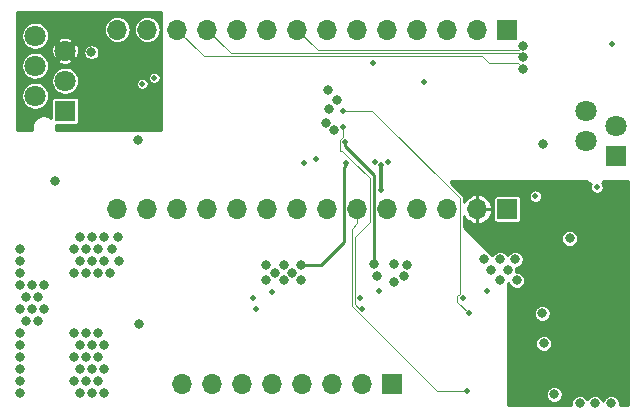
<source format=gbr>
G04 #@! TF.GenerationSoftware,KiCad,Pcbnew,5.1.2-f72e74a~84~ubuntu18.04.1*
G04 #@! TF.CreationDate,2019-09-03T03:08:37+02:00*
G04 #@! TF.ProjectId,board,626f6172-642e-46b6-9963-61645f706362,rev?*
G04 #@! TF.SameCoordinates,Original*
G04 #@! TF.FileFunction,Copper,L3,Inr*
G04 #@! TF.FilePolarity,Positive*
%FSLAX46Y46*%
G04 Gerber Fmt 4.6, Leading zero omitted, Abs format (unit mm)*
G04 Created by KiCad (PCBNEW 5.1.2-f72e74a~84~ubuntu18.04.1) date 2019-09-03 03:08:37*
%MOMM*%
%LPD*%
G04 APERTURE LIST*
%ADD10R,1.700000X1.700000*%
%ADD11O,1.700000X1.700000*%
%ADD12C,1.800000*%
%ADD13R,1.800000X1.800000*%
%ADD14C,0.800000*%
%ADD15C,0.500000*%
%ADD16C,0.250000*%
%ADD17C,0.300000*%
%ADD18C,0.100000*%
%ADD19C,0.254000*%
G04 APERTURE END LIST*
D10*
X141818000Y-117036000D03*
D11*
X139278000Y-117036000D03*
X136738000Y-117036000D03*
X134198000Y-117036000D03*
X131658000Y-117036000D03*
X129118000Y-117036000D03*
X126578000Y-117036000D03*
X124038000Y-117036000D03*
X121498000Y-117036000D03*
X118958000Y-117036000D03*
X116418000Y-117036000D03*
X113878000Y-117036000D03*
X111338000Y-117036000D03*
X108798000Y-117036000D03*
X108798000Y-101836000D03*
X111338000Y-101836000D03*
X113878000Y-101836000D03*
X116418000Y-101836000D03*
X118958000Y-101836000D03*
X121498000Y-101836000D03*
X124038000Y-101836000D03*
X126578000Y-101836000D03*
X129118000Y-101836000D03*
X131658000Y-101836000D03*
X134198000Y-101836000D03*
X136738000Y-101836000D03*
X139278000Y-101836000D03*
D10*
X141818000Y-101836000D03*
D11*
X114300000Y-131826000D03*
X116840000Y-131826000D03*
X119380000Y-131826000D03*
X121920000Y-131826000D03*
X124460000Y-131826000D03*
X127000000Y-131826000D03*
X129540000Y-131826000D03*
D10*
X132080000Y-131826000D03*
D12*
X101854000Y-102362000D03*
X104394000Y-103632000D03*
D13*
X104394000Y-108712000D03*
D12*
X101854000Y-107442000D03*
X104394000Y-106172000D03*
X101854000Y-104902000D03*
D13*
X151070000Y-112505000D03*
D12*
X148530000Y-111235000D03*
X151070000Y-109965000D03*
X148530000Y-108695000D03*
D14*
X110540800Y-111175800D03*
X103505000Y-114655600D03*
X107188000Y-122428000D03*
X106680000Y-119380000D03*
X106680000Y-121412000D03*
X107188000Y-120396000D03*
X105664000Y-121412000D03*
X105664000Y-119380000D03*
X108204000Y-122428000D03*
X107696000Y-121412000D03*
X108331000Y-120396000D03*
X107696000Y-119380000D03*
X108839000Y-119380000D03*
X108966000Y-121412000D03*
X106172000Y-122428000D03*
X106172000Y-120396000D03*
X105156000Y-120396000D03*
X105156000Y-122428000D03*
X107188000Y-127508000D03*
X107188000Y-129540000D03*
X107696000Y-128524000D03*
X107696000Y-130556000D03*
X107188000Y-131572000D03*
X107696000Y-132588000D03*
X106680000Y-132588000D03*
X105664000Y-132588000D03*
X105156000Y-131572000D03*
X105156000Y-129540000D03*
X105664000Y-130556000D03*
X106172000Y-131572000D03*
X106680000Y-130556000D03*
X106172000Y-129540000D03*
X106680000Y-128524000D03*
X105664000Y-128524000D03*
X106172000Y-127508000D03*
X105156000Y-127508000D03*
D15*
X130492500Y-104648000D03*
X134810500Y-106299000D03*
D14*
X106616500Y-103759000D03*
D15*
X111950500Y-105918000D03*
D14*
X147100000Y-119500000D03*
D15*
X128206500Y-113157000D03*
D14*
X124333000Y-121793000D03*
X124333000Y-123063000D03*
X122936000Y-123063000D03*
X121412000Y-123063000D03*
X121412000Y-121793000D03*
X122174000Y-122428000D03*
X122936000Y-121793000D03*
X123571000Y-122428000D03*
D15*
X128079500Y-111379000D03*
D14*
X133350000Y-121793000D03*
X132207000Y-123190000D03*
X133096000Y-122682000D03*
X130810000Y-122682000D03*
X132207000Y-121666000D03*
X130556000Y-121666000D03*
X141224000Y-123063000D03*
X142621000Y-123063000D03*
X140462000Y-122174000D03*
X141859000Y-122174000D03*
X142494000Y-121285000D03*
X141224000Y-121285000D03*
X139827000Y-121285000D03*
X126619000Y-106934000D03*
D15*
X131699000Y-113030000D03*
X120269000Y-124587000D03*
X130619500Y-113030000D03*
X121920000Y-124079000D03*
X131000500Y-123952000D03*
D14*
X127127000Y-110363000D03*
D15*
X129349500Y-124587000D03*
D14*
X126492000Y-109728000D03*
D15*
X138049000Y-124587000D03*
D14*
X126746000Y-108585000D03*
D15*
X140144500Y-123952000D03*
D14*
X127381000Y-107823000D03*
D15*
X150660100Y-103047800D03*
X125666500Y-112776000D03*
X142240000Y-130683000D03*
X146939000Y-128651000D03*
X148463000Y-117348000D03*
X150241000Y-128397000D03*
D14*
X110617000Y-126746000D03*
X100584000Y-123444000D03*
X101600000Y-123444000D03*
X102616000Y-123444000D03*
X101092000Y-124460000D03*
X102108000Y-124460000D03*
X100584000Y-125476000D03*
X101600000Y-125476000D03*
X102616000Y-125476000D03*
X101092000Y-126492000D03*
X102108000Y-126492000D03*
X100584000Y-127508000D03*
X100584000Y-128524000D03*
X100584000Y-129540000D03*
X100584000Y-130556000D03*
X100584000Y-131572000D03*
X100584000Y-132588000D03*
X100584000Y-122428000D03*
X100584000Y-121412000D03*
X100584000Y-120396000D03*
D15*
X150114000Y-121920000D03*
X110934500Y-106426000D03*
X144208500Y-115951000D03*
X149415500Y-115189000D03*
X124650500Y-113157000D03*
X131127500Y-115443000D03*
X131127500Y-113284000D03*
X120523000Y-125476000D03*
X129565400Y-125450600D03*
X127889000Y-110109000D03*
X138620500Y-125857000D03*
X127952500Y-108712000D03*
D14*
X144780000Y-125857000D03*
X150622000Y-133477000D03*
X149225000Y-133477000D03*
X144907000Y-128397000D03*
X147955000Y-133477000D03*
X145796000Y-132715000D03*
D15*
X138430000Y-132461000D03*
D14*
X143200000Y-105200000D03*
X143200000Y-104150003D03*
X143200000Y-103200000D03*
X144888902Y-111510932D03*
D16*
X127992999Y-119818371D02*
X127992999Y-113434001D01*
X124333000Y-121793000D02*
X126018370Y-121793000D01*
X126018370Y-121793000D02*
X127992999Y-119818371D01*
X127992999Y-113434001D02*
X128143000Y-113284000D01*
X130556000Y-121100315D02*
X130556000Y-121666000D01*
X130532999Y-121077314D02*
X130556000Y-121100315D01*
X130532999Y-114186052D02*
X130532999Y-121077314D01*
X128079500Y-111732553D02*
X130532999Y-114186052D01*
X128079500Y-111379000D02*
X128079500Y-111732553D01*
D17*
X131127500Y-113284000D02*
X131127500Y-115379500D01*
D18*
X127889000Y-110109000D02*
X127889000Y-110903498D01*
X127889000Y-110903498D02*
X127628001Y-111164497D01*
X127628001Y-111164497D02*
X127628001Y-112134001D01*
X127704201Y-112134001D02*
X127755001Y-112134001D01*
X127628001Y-112134001D02*
X127704201Y-112134001D01*
X127849503Y-112134001D02*
X127704201Y-112134001D01*
X128656501Y-112940999D02*
X127849503Y-112134001D01*
X128688999Y-112940999D02*
X128656501Y-112940999D01*
X129565400Y-125450600D02*
X129252964Y-125450600D01*
X129252964Y-125450600D02*
X128899499Y-125097135D01*
X128899499Y-125097135D02*
X128899499Y-119371503D01*
X128899499Y-119371503D02*
X130168001Y-118103001D01*
X130168001Y-118103001D02*
X130168001Y-114420001D01*
X130168001Y-114420001D02*
X128688999Y-112940999D01*
X137598999Y-124370999D02*
X137598999Y-124898999D01*
X137788001Y-124181997D02*
X137598999Y-124370999D01*
X137788001Y-116092001D02*
X137788001Y-124181997D01*
X127952500Y-108712000D02*
X130408000Y-108712000D01*
X130408000Y-108712000D02*
X137788001Y-116092001D01*
X137598999Y-124898999D02*
X138557000Y-125857000D01*
X138430000Y-132461000D02*
X138049000Y-132461000D01*
X128649489Y-118706592D02*
X128649489Y-125200691D01*
X135909798Y-132461000D02*
X138076447Y-132461000D01*
X128649489Y-125200691D02*
X135909798Y-132461000D01*
X129118000Y-118238081D02*
X128649489Y-118706592D01*
X138076447Y-132461000D02*
X138430000Y-132461000D01*
X129118000Y-117036000D02*
X129118000Y-118238081D01*
X113878000Y-101836000D02*
X116142020Y-104100020D01*
X116142020Y-104100020D02*
X139700020Y-104100020D01*
X142700000Y-104700000D02*
X143200000Y-105200000D01*
X140300000Y-104700000D02*
X142700000Y-104700000D01*
X139700020Y-104100020D02*
X140300000Y-104700000D01*
X116418000Y-101836000D02*
X118432010Y-103850010D01*
X118432010Y-103850010D02*
X142050010Y-103850010D01*
X142050010Y-103850010D02*
X142900007Y-103850010D01*
X142900007Y-103850010D02*
X143200000Y-104150003D01*
X124038000Y-101836000D02*
X125802000Y-103600000D01*
X125802000Y-103600000D02*
X142200000Y-103600000D01*
X142800000Y-103600000D02*
X143200000Y-103200000D01*
X142300000Y-103600000D02*
X142800000Y-103600000D01*
X142200000Y-103600000D02*
X142300000Y-103600000D01*
D19*
G36*
X148581381Y-114744085D02*
G01*
X148758310Y-114862305D01*
X148898726Y-114920468D01*
X148857597Y-115019762D01*
X148835300Y-115131855D01*
X148835300Y-115246145D01*
X148857597Y-115358238D01*
X148901334Y-115463828D01*
X148964829Y-115558856D01*
X149045644Y-115639671D01*
X149140672Y-115703166D01*
X149246262Y-115746903D01*
X149358355Y-115769200D01*
X149472645Y-115769200D01*
X149584738Y-115746903D01*
X149690328Y-115703166D01*
X149785356Y-115639671D01*
X149866171Y-115558856D01*
X149929666Y-115463828D01*
X149973403Y-115358238D01*
X149995700Y-115246145D01*
X149995700Y-115131855D01*
X149973403Y-115019762D01*
X149929666Y-114914172D01*
X149866171Y-114819144D01*
X149858206Y-114811179D01*
X149958619Y-114744085D01*
X150021704Y-114681000D01*
X152019000Y-114681000D01*
X152019000Y-133644800D01*
X151333128Y-133644800D01*
X151352200Y-133548918D01*
X151352200Y-133405082D01*
X151324139Y-133264009D01*
X151269095Y-133131121D01*
X151189183Y-133011525D01*
X151087475Y-132909817D01*
X150967879Y-132829905D01*
X150834991Y-132774861D01*
X150693918Y-132746800D01*
X150550082Y-132746800D01*
X150409009Y-132774861D01*
X150276121Y-132829905D01*
X150156525Y-132909817D01*
X150054817Y-133011525D01*
X149974905Y-133131121D01*
X149923500Y-133255224D01*
X149872095Y-133131121D01*
X149792183Y-133011525D01*
X149690475Y-132909817D01*
X149570879Y-132829905D01*
X149437991Y-132774861D01*
X149296918Y-132746800D01*
X149153082Y-132746800D01*
X149012009Y-132774861D01*
X148879121Y-132829905D01*
X148759525Y-132909817D01*
X148657817Y-133011525D01*
X148590000Y-133113020D01*
X148522183Y-133011525D01*
X148420475Y-132909817D01*
X148300879Y-132829905D01*
X148167991Y-132774861D01*
X148026918Y-132746800D01*
X147883082Y-132746800D01*
X147742009Y-132774861D01*
X147609121Y-132829905D01*
X147489525Y-132909817D01*
X147387817Y-133011525D01*
X147307905Y-133131121D01*
X147252861Y-133264009D01*
X147224800Y-133405082D01*
X147224800Y-133548918D01*
X147243872Y-133644800D01*
X141859000Y-133644800D01*
X141859000Y-132643082D01*
X145065800Y-132643082D01*
X145065800Y-132786918D01*
X145093861Y-132927991D01*
X145148905Y-133060879D01*
X145228817Y-133180475D01*
X145330525Y-133282183D01*
X145450121Y-133362095D01*
X145583009Y-133417139D01*
X145724082Y-133445200D01*
X145867918Y-133445200D01*
X146008991Y-133417139D01*
X146141879Y-133362095D01*
X146261475Y-133282183D01*
X146363183Y-133180475D01*
X146443095Y-133060879D01*
X146498139Y-132927991D01*
X146526200Y-132786918D01*
X146526200Y-132643082D01*
X146498139Y-132502009D01*
X146443095Y-132369121D01*
X146363183Y-132249525D01*
X146261475Y-132147817D01*
X146141879Y-132067905D01*
X146008991Y-132012861D01*
X145867918Y-131984800D01*
X145724082Y-131984800D01*
X145583009Y-132012861D01*
X145450121Y-132067905D01*
X145330525Y-132147817D01*
X145228817Y-132249525D01*
X145148905Y-132369121D01*
X145093861Y-132502009D01*
X145065800Y-132643082D01*
X141859000Y-132643082D01*
X141859000Y-128325082D01*
X144176800Y-128325082D01*
X144176800Y-128468918D01*
X144204861Y-128609991D01*
X144259905Y-128742879D01*
X144339817Y-128862475D01*
X144441525Y-128964183D01*
X144561121Y-129044095D01*
X144694009Y-129099139D01*
X144835082Y-129127200D01*
X144978918Y-129127200D01*
X145119991Y-129099139D01*
X145252879Y-129044095D01*
X145372475Y-128964183D01*
X145474183Y-128862475D01*
X145554095Y-128742879D01*
X145609139Y-128609991D01*
X145637200Y-128468918D01*
X145637200Y-128325082D01*
X145609139Y-128184009D01*
X145554095Y-128051121D01*
X145474183Y-127931525D01*
X145372475Y-127829817D01*
X145252879Y-127749905D01*
X145119991Y-127694861D01*
X144978918Y-127666800D01*
X144835082Y-127666800D01*
X144694009Y-127694861D01*
X144561121Y-127749905D01*
X144441525Y-127829817D01*
X144339817Y-127931525D01*
X144259905Y-128051121D01*
X144204861Y-128184009D01*
X144176800Y-128325082D01*
X141859000Y-128325082D01*
X141859000Y-125785082D01*
X144049800Y-125785082D01*
X144049800Y-125928918D01*
X144077861Y-126069991D01*
X144132905Y-126202879D01*
X144212817Y-126322475D01*
X144314525Y-126424183D01*
X144434121Y-126504095D01*
X144567009Y-126559139D01*
X144708082Y-126587200D01*
X144851918Y-126587200D01*
X144992991Y-126559139D01*
X145125879Y-126504095D01*
X145245475Y-126424183D01*
X145347183Y-126322475D01*
X145427095Y-126202879D01*
X145482139Y-126069991D01*
X145510200Y-125928918D01*
X145510200Y-125785082D01*
X145482139Y-125644009D01*
X145427095Y-125511121D01*
X145347183Y-125391525D01*
X145245475Y-125289817D01*
X145125879Y-125209905D01*
X144992991Y-125154861D01*
X144851918Y-125126800D01*
X144708082Y-125126800D01*
X144567009Y-125154861D01*
X144434121Y-125209905D01*
X144314525Y-125289817D01*
X144212817Y-125391525D01*
X144132905Y-125511121D01*
X144077861Y-125644009D01*
X144049800Y-125785082D01*
X141859000Y-125785082D01*
X141859000Y-123426980D01*
X141871095Y-123408879D01*
X141922500Y-123284776D01*
X141973905Y-123408879D01*
X142053817Y-123528475D01*
X142155525Y-123630183D01*
X142275121Y-123710095D01*
X142408009Y-123765139D01*
X142549082Y-123793200D01*
X142692918Y-123793200D01*
X142833991Y-123765139D01*
X142966879Y-123710095D01*
X143086475Y-123630183D01*
X143188183Y-123528475D01*
X143268095Y-123408879D01*
X143323139Y-123275991D01*
X143351200Y-123134918D01*
X143351200Y-122991082D01*
X143323139Y-122850009D01*
X143268095Y-122717121D01*
X143188183Y-122597525D01*
X143086475Y-122495817D01*
X142966879Y-122415905D01*
X142833991Y-122360861D01*
X142692918Y-122332800D01*
X142571918Y-122332800D01*
X142589200Y-122245918D01*
X142589200Y-122102082D01*
X142571690Y-122014052D01*
X142706991Y-121987139D01*
X142839879Y-121932095D01*
X142959475Y-121852183D01*
X143061183Y-121750475D01*
X143141095Y-121630879D01*
X143196139Y-121497991D01*
X143224200Y-121356918D01*
X143224200Y-121213082D01*
X143196139Y-121072009D01*
X143141095Y-120939121D01*
X143061183Y-120819525D01*
X142959475Y-120717817D01*
X142839879Y-120637905D01*
X142706991Y-120582861D01*
X142565918Y-120554800D01*
X142422082Y-120554800D01*
X142281009Y-120582861D01*
X142148121Y-120637905D01*
X142028525Y-120717817D01*
X141926817Y-120819525D01*
X141859000Y-120921020D01*
X141791183Y-120819525D01*
X141689475Y-120717817D01*
X141569879Y-120637905D01*
X141436991Y-120582861D01*
X141295918Y-120554800D01*
X141152082Y-120554800D01*
X141011009Y-120582861D01*
X140878121Y-120637905D01*
X140758525Y-120717817D01*
X140656817Y-120819525D01*
X140576905Y-120939121D01*
X140568945Y-120958339D01*
X139038688Y-119428082D01*
X146369800Y-119428082D01*
X146369800Y-119571918D01*
X146397861Y-119712991D01*
X146452905Y-119845879D01*
X146532817Y-119965475D01*
X146634525Y-120067183D01*
X146754121Y-120147095D01*
X146887009Y-120202139D01*
X147028082Y-120230200D01*
X147171918Y-120230200D01*
X147312991Y-120202139D01*
X147445879Y-120147095D01*
X147565475Y-120067183D01*
X147667183Y-119965475D01*
X147747095Y-119845879D01*
X147802139Y-119712991D01*
X147830200Y-119571918D01*
X147830200Y-119428082D01*
X147802139Y-119287009D01*
X147747095Y-119154121D01*
X147667183Y-119034525D01*
X147565475Y-118932817D01*
X147445879Y-118852905D01*
X147312991Y-118797861D01*
X147171918Y-118769800D01*
X147028082Y-118769800D01*
X146887009Y-118797861D01*
X146754121Y-118852905D01*
X146634525Y-118932817D01*
X146532817Y-119034525D01*
X146452905Y-119154121D01*
X146397861Y-119287009D01*
X146369800Y-119428082D01*
X139038688Y-119428082D01*
X138168201Y-118557595D01*
X138168201Y-117657371D01*
X138201371Y-117722733D01*
X138356033Y-117919578D01*
X138546126Y-118082467D01*
X138764344Y-118205141D01*
X139002302Y-118282886D01*
X139055549Y-118293476D01*
X139255000Y-118206024D01*
X139255000Y-117059000D01*
X139301000Y-117059000D01*
X139301000Y-118206024D01*
X139500451Y-118293476D01*
X139553698Y-118282886D01*
X139791656Y-118205141D01*
X140009874Y-118082467D01*
X140199967Y-117919578D01*
X140354629Y-117722733D01*
X140467917Y-117499498D01*
X140535477Y-117258451D01*
X140448044Y-117059000D01*
X139301000Y-117059000D01*
X139255000Y-117059000D01*
X139235000Y-117059000D01*
X139235000Y-117013000D01*
X139255000Y-117013000D01*
X139255000Y-115865976D01*
X139301000Y-115865976D01*
X139301000Y-117013000D01*
X140448044Y-117013000D01*
X140535477Y-116813549D01*
X140467917Y-116572502D01*
X140354629Y-116349267D01*
X140226350Y-116186000D01*
X140636203Y-116186000D01*
X140636203Y-117886000D01*
X140642578Y-117950730D01*
X140661460Y-118012973D01*
X140692121Y-118070337D01*
X140733384Y-118120616D01*
X140783663Y-118161879D01*
X140841027Y-118192540D01*
X140903270Y-118211422D01*
X140968000Y-118217797D01*
X142668000Y-118217797D01*
X142732730Y-118211422D01*
X142794973Y-118192540D01*
X142852337Y-118161879D01*
X142902616Y-118120616D01*
X142943879Y-118070337D01*
X142974540Y-118012973D01*
X142993422Y-117950730D01*
X142999797Y-117886000D01*
X142999797Y-116186000D01*
X142993422Y-116121270D01*
X142974540Y-116059027D01*
X142943879Y-116001663D01*
X142902616Y-115951384D01*
X142852337Y-115910121D01*
X142821905Y-115893855D01*
X143628300Y-115893855D01*
X143628300Y-116008145D01*
X143650597Y-116120238D01*
X143694334Y-116225828D01*
X143757829Y-116320856D01*
X143838644Y-116401671D01*
X143933672Y-116465166D01*
X144039262Y-116508903D01*
X144151355Y-116531200D01*
X144265645Y-116531200D01*
X144377738Y-116508903D01*
X144483328Y-116465166D01*
X144578356Y-116401671D01*
X144659171Y-116320856D01*
X144722666Y-116225828D01*
X144766403Y-116120238D01*
X144788700Y-116008145D01*
X144788700Y-115893855D01*
X144766403Y-115781762D01*
X144722666Y-115676172D01*
X144659171Y-115581144D01*
X144578356Y-115500329D01*
X144483328Y-115436834D01*
X144377738Y-115393097D01*
X144265645Y-115370800D01*
X144151355Y-115370800D01*
X144039262Y-115393097D01*
X143933672Y-115436834D01*
X143838644Y-115500329D01*
X143757829Y-115581144D01*
X143694334Y-115676172D01*
X143650597Y-115781762D01*
X143628300Y-115893855D01*
X142821905Y-115893855D01*
X142794973Y-115879460D01*
X142732730Y-115860578D01*
X142668000Y-115854203D01*
X140968000Y-115854203D01*
X140903270Y-115860578D01*
X140841027Y-115879460D01*
X140783663Y-115910121D01*
X140733384Y-115951384D01*
X140692121Y-116001663D01*
X140661460Y-116059027D01*
X140642578Y-116121270D01*
X140636203Y-116186000D01*
X140226350Y-116186000D01*
X140199967Y-116152422D01*
X140009874Y-115989533D01*
X139791656Y-115866859D01*
X139553698Y-115789114D01*
X139500451Y-115778524D01*
X139301000Y-115865976D01*
X139255000Y-115865976D01*
X139055549Y-115778524D01*
X139002302Y-115789114D01*
X138764344Y-115866859D01*
X138546126Y-115989533D01*
X138356033Y-116152422D01*
X138201371Y-116349267D01*
X138168201Y-116414629D01*
X138168201Y-116110664D01*
X138170039Y-116092001D01*
X138168201Y-116073337D01*
X138168201Y-116073330D01*
X138162699Y-116017469D01*
X138157905Y-116001663D01*
X138140959Y-115945801D01*
X138138052Y-115940362D01*
X138105655Y-115879752D01*
X138058143Y-115821859D01*
X138043644Y-115809960D01*
X137033000Y-114799316D01*
X137033000Y-114681000D01*
X148518296Y-114681000D01*
X148581381Y-114744085D01*
X148581381Y-114744085D01*
G37*
X148581381Y-114744085D02*
X148758310Y-114862305D01*
X148898726Y-114920468D01*
X148857597Y-115019762D01*
X148835300Y-115131855D01*
X148835300Y-115246145D01*
X148857597Y-115358238D01*
X148901334Y-115463828D01*
X148964829Y-115558856D01*
X149045644Y-115639671D01*
X149140672Y-115703166D01*
X149246262Y-115746903D01*
X149358355Y-115769200D01*
X149472645Y-115769200D01*
X149584738Y-115746903D01*
X149690328Y-115703166D01*
X149785356Y-115639671D01*
X149866171Y-115558856D01*
X149929666Y-115463828D01*
X149973403Y-115358238D01*
X149995700Y-115246145D01*
X149995700Y-115131855D01*
X149973403Y-115019762D01*
X149929666Y-114914172D01*
X149866171Y-114819144D01*
X149858206Y-114811179D01*
X149958619Y-114744085D01*
X150021704Y-114681000D01*
X152019000Y-114681000D01*
X152019000Y-133644800D01*
X151333128Y-133644800D01*
X151352200Y-133548918D01*
X151352200Y-133405082D01*
X151324139Y-133264009D01*
X151269095Y-133131121D01*
X151189183Y-133011525D01*
X151087475Y-132909817D01*
X150967879Y-132829905D01*
X150834991Y-132774861D01*
X150693918Y-132746800D01*
X150550082Y-132746800D01*
X150409009Y-132774861D01*
X150276121Y-132829905D01*
X150156525Y-132909817D01*
X150054817Y-133011525D01*
X149974905Y-133131121D01*
X149923500Y-133255224D01*
X149872095Y-133131121D01*
X149792183Y-133011525D01*
X149690475Y-132909817D01*
X149570879Y-132829905D01*
X149437991Y-132774861D01*
X149296918Y-132746800D01*
X149153082Y-132746800D01*
X149012009Y-132774861D01*
X148879121Y-132829905D01*
X148759525Y-132909817D01*
X148657817Y-133011525D01*
X148590000Y-133113020D01*
X148522183Y-133011525D01*
X148420475Y-132909817D01*
X148300879Y-132829905D01*
X148167991Y-132774861D01*
X148026918Y-132746800D01*
X147883082Y-132746800D01*
X147742009Y-132774861D01*
X147609121Y-132829905D01*
X147489525Y-132909817D01*
X147387817Y-133011525D01*
X147307905Y-133131121D01*
X147252861Y-133264009D01*
X147224800Y-133405082D01*
X147224800Y-133548918D01*
X147243872Y-133644800D01*
X141859000Y-133644800D01*
X141859000Y-132643082D01*
X145065800Y-132643082D01*
X145065800Y-132786918D01*
X145093861Y-132927991D01*
X145148905Y-133060879D01*
X145228817Y-133180475D01*
X145330525Y-133282183D01*
X145450121Y-133362095D01*
X145583009Y-133417139D01*
X145724082Y-133445200D01*
X145867918Y-133445200D01*
X146008991Y-133417139D01*
X146141879Y-133362095D01*
X146261475Y-133282183D01*
X146363183Y-133180475D01*
X146443095Y-133060879D01*
X146498139Y-132927991D01*
X146526200Y-132786918D01*
X146526200Y-132643082D01*
X146498139Y-132502009D01*
X146443095Y-132369121D01*
X146363183Y-132249525D01*
X146261475Y-132147817D01*
X146141879Y-132067905D01*
X146008991Y-132012861D01*
X145867918Y-131984800D01*
X145724082Y-131984800D01*
X145583009Y-132012861D01*
X145450121Y-132067905D01*
X145330525Y-132147817D01*
X145228817Y-132249525D01*
X145148905Y-132369121D01*
X145093861Y-132502009D01*
X145065800Y-132643082D01*
X141859000Y-132643082D01*
X141859000Y-128325082D01*
X144176800Y-128325082D01*
X144176800Y-128468918D01*
X144204861Y-128609991D01*
X144259905Y-128742879D01*
X144339817Y-128862475D01*
X144441525Y-128964183D01*
X144561121Y-129044095D01*
X144694009Y-129099139D01*
X144835082Y-129127200D01*
X144978918Y-129127200D01*
X145119991Y-129099139D01*
X145252879Y-129044095D01*
X145372475Y-128964183D01*
X145474183Y-128862475D01*
X145554095Y-128742879D01*
X145609139Y-128609991D01*
X145637200Y-128468918D01*
X145637200Y-128325082D01*
X145609139Y-128184009D01*
X145554095Y-128051121D01*
X145474183Y-127931525D01*
X145372475Y-127829817D01*
X145252879Y-127749905D01*
X145119991Y-127694861D01*
X144978918Y-127666800D01*
X144835082Y-127666800D01*
X144694009Y-127694861D01*
X144561121Y-127749905D01*
X144441525Y-127829817D01*
X144339817Y-127931525D01*
X144259905Y-128051121D01*
X144204861Y-128184009D01*
X144176800Y-128325082D01*
X141859000Y-128325082D01*
X141859000Y-125785082D01*
X144049800Y-125785082D01*
X144049800Y-125928918D01*
X144077861Y-126069991D01*
X144132905Y-126202879D01*
X144212817Y-126322475D01*
X144314525Y-126424183D01*
X144434121Y-126504095D01*
X144567009Y-126559139D01*
X144708082Y-126587200D01*
X144851918Y-126587200D01*
X144992991Y-126559139D01*
X145125879Y-126504095D01*
X145245475Y-126424183D01*
X145347183Y-126322475D01*
X145427095Y-126202879D01*
X145482139Y-126069991D01*
X145510200Y-125928918D01*
X145510200Y-125785082D01*
X145482139Y-125644009D01*
X145427095Y-125511121D01*
X145347183Y-125391525D01*
X145245475Y-125289817D01*
X145125879Y-125209905D01*
X144992991Y-125154861D01*
X144851918Y-125126800D01*
X144708082Y-125126800D01*
X144567009Y-125154861D01*
X144434121Y-125209905D01*
X144314525Y-125289817D01*
X144212817Y-125391525D01*
X144132905Y-125511121D01*
X144077861Y-125644009D01*
X144049800Y-125785082D01*
X141859000Y-125785082D01*
X141859000Y-123426980D01*
X141871095Y-123408879D01*
X141922500Y-123284776D01*
X141973905Y-123408879D01*
X142053817Y-123528475D01*
X142155525Y-123630183D01*
X142275121Y-123710095D01*
X142408009Y-123765139D01*
X142549082Y-123793200D01*
X142692918Y-123793200D01*
X142833991Y-123765139D01*
X142966879Y-123710095D01*
X143086475Y-123630183D01*
X143188183Y-123528475D01*
X143268095Y-123408879D01*
X143323139Y-123275991D01*
X143351200Y-123134918D01*
X143351200Y-122991082D01*
X143323139Y-122850009D01*
X143268095Y-122717121D01*
X143188183Y-122597525D01*
X143086475Y-122495817D01*
X142966879Y-122415905D01*
X142833991Y-122360861D01*
X142692918Y-122332800D01*
X142571918Y-122332800D01*
X142589200Y-122245918D01*
X142589200Y-122102082D01*
X142571690Y-122014052D01*
X142706991Y-121987139D01*
X142839879Y-121932095D01*
X142959475Y-121852183D01*
X143061183Y-121750475D01*
X143141095Y-121630879D01*
X143196139Y-121497991D01*
X143224200Y-121356918D01*
X143224200Y-121213082D01*
X143196139Y-121072009D01*
X143141095Y-120939121D01*
X143061183Y-120819525D01*
X142959475Y-120717817D01*
X142839879Y-120637905D01*
X142706991Y-120582861D01*
X142565918Y-120554800D01*
X142422082Y-120554800D01*
X142281009Y-120582861D01*
X142148121Y-120637905D01*
X142028525Y-120717817D01*
X141926817Y-120819525D01*
X141859000Y-120921020D01*
X141791183Y-120819525D01*
X141689475Y-120717817D01*
X141569879Y-120637905D01*
X141436991Y-120582861D01*
X141295918Y-120554800D01*
X141152082Y-120554800D01*
X141011009Y-120582861D01*
X140878121Y-120637905D01*
X140758525Y-120717817D01*
X140656817Y-120819525D01*
X140576905Y-120939121D01*
X140568945Y-120958339D01*
X139038688Y-119428082D01*
X146369800Y-119428082D01*
X146369800Y-119571918D01*
X146397861Y-119712991D01*
X146452905Y-119845879D01*
X146532817Y-119965475D01*
X146634525Y-120067183D01*
X146754121Y-120147095D01*
X146887009Y-120202139D01*
X147028082Y-120230200D01*
X147171918Y-120230200D01*
X147312991Y-120202139D01*
X147445879Y-120147095D01*
X147565475Y-120067183D01*
X147667183Y-119965475D01*
X147747095Y-119845879D01*
X147802139Y-119712991D01*
X147830200Y-119571918D01*
X147830200Y-119428082D01*
X147802139Y-119287009D01*
X147747095Y-119154121D01*
X147667183Y-119034525D01*
X147565475Y-118932817D01*
X147445879Y-118852905D01*
X147312991Y-118797861D01*
X147171918Y-118769800D01*
X147028082Y-118769800D01*
X146887009Y-118797861D01*
X146754121Y-118852905D01*
X146634525Y-118932817D01*
X146532817Y-119034525D01*
X146452905Y-119154121D01*
X146397861Y-119287009D01*
X146369800Y-119428082D01*
X139038688Y-119428082D01*
X138168201Y-118557595D01*
X138168201Y-117657371D01*
X138201371Y-117722733D01*
X138356033Y-117919578D01*
X138546126Y-118082467D01*
X138764344Y-118205141D01*
X139002302Y-118282886D01*
X139055549Y-118293476D01*
X139255000Y-118206024D01*
X139255000Y-117059000D01*
X139301000Y-117059000D01*
X139301000Y-118206024D01*
X139500451Y-118293476D01*
X139553698Y-118282886D01*
X139791656Y-118205141D01*
X140009874Y-118082467D01*
X140199967Y-117919578D01*
X140354629Y-117722733D01*
X140467917Y-117499498D01*
X140535477Y-117258451D01*
X140448044Y-117059000D01*
X139301000Y-117059000D01*
X139255000Y-117059000D01*
X139235000Y-117059000D01*
X139235000Y-117013000D01*
X139255000Y-117013000D01*
X139255000Y-115865976D01*
X139301000Y-115865976D01*
X139301000Y-117013000D01*
X140448044Y-117013000D01*
X140535477Y-116813549D01*
X140467917Y-116572502D01*
X140354629Y-116349267D01*
X140226350Y-116186000D01*
X140636203Y-116186000D01*
X140636203Y-117886000D01*
X140642578Y-117950730D01*
X140661460Y-118012973D01*
X140692121Y-118070337D01*
X140733384Y-118120616D01*
X140783663Y-118161879D01*
X140841027Y-118192540D01*
X140903270Y-118211422D01*
X140968000Y-118217797D01*
X142668000Y-118217797D01*
X142732730Y-118211422D01*
X142794973Y-118192540D01*
X142852337Y-118161879D01*
X142902616Y-118120616D01*
X142943879Y-118070337D01*
X142974540Y-118012973D01*
X142993422Y-117950730D01*
X142999797Y-117886000D01*
X142999797Y-116186000D01*
X142993422Y-116121270D01*
X142974540Y-116059027D01*
X142943879Y-116001663D01*
X142902616Y-115951384D01*
X142852337Y-115910121D01*
X142821905Y-115893855D01*
X143628300Y-115893855D01*
X143628300Y-116008145D01*
X143650597Y-116120238D01*
X143694334Y-116225828D01*
X143757829Y-116320856D01*
X143838644Y-116401671D01*
X143933672Y-116465166D01*
X144039262Y-116508903D01*
X144151355Y-116531200D01*
X144265645Y-116531200D01*
X144377738Y-116508903D01*
X144483328Y-116465166D01*
X144578356Y-116401671D01*
X144659171Y-116320856D01*
X144722666Y-116225828D01*
X144766403Y-116120238D01*
X144788700Y-116008145D01*
X144788700Y-115893855D01*
X144766403Y-115781762D01*
X144722666Y-115676172D01*
X144659171Y-115581144D01*
X144578356Y-115500329D01*
X144483328Y-115436834D01*
X144377738Y-115393097D01*
X144265645Y-115370800D01*
X144151355Y-115370800D01*
X144039262Y-115393097D01*
X143933672Y-115436834D01*
X143838644Y-115500329D01*
X143757829Y-115581144D01*
X143694334Y-115676172D01*
X143650597Y-115781762D01*
X143628300Y-115893855D01*
X142821905Y-115893855D01*
X142794973Y-115879460D01*
X142732730Y-115860578D01*
X142668000Y-115854203D01*
X140968000Y-115854203D01*
X140903270Y-115860578D01*
X140841027Y-115879460D01*
X140783663Y-115910121D01*
X140733384Y-115951384D01*
X140692121Y-116001663D01*
X140661460Y-116059027D01*
X140642578Y-116121270D01*
X140636203Y-116186000D01*
X140226350Y-116186000D01*
X140199967Y-116152422D01*
X140009874Y-115989533D01*
X139791656Y-115866859D01*
X139553698Y-115789114D01*
X139500451Y-115778524D01*
X139301000Y-115865976D01*
X139255000Y-115865976D01*
X139055549Y-115778524D01*
X139002302Y-115789114D01*
X138764344Y-115866859D01*
X138546126Y-115989533D01*
X138356033Y-116152422D01*
X138201371Y-116349267D01*
X138168201Y-116414629D01*
X138168201Y-116110664D01*
X138170039Y-116092001D01*
X138168201Y-116073337D01*
X138168201Y-116073330D01*
X138162699Y-116017469D01*
X138157905Y-116001663D01*
X138140959Y-115945801D01*
X138138052Y-115940362D01*
X138105655Y-115879752D01*
X138058143Y-115821859D01*
X138043644Y-115809960D01*
X137033000Y-114799316D01*
X137033000Y-114681000D01*
X148518296Y-114681000D01*
X148581381Y-114744085D01*
G36*
X112522000Y-110363000D02*
G01*
X103593691Y-110363000D01*
X103623450Y-110213392D01*
X103623450Y-110010608D01*
X103600007Y-109892751D01*
X105294000Y-109892751D01*
X105348772Y-109887356D01*
X105401439Y-109871380D01*
X105449977Y-109845436D01*
X105492521Y-109810521D01*
X105527436Y-109767977D01*
X105553380Y-109719439D01*
X105569356Y-109666772D01*
X105574751Y-109612000D01*
X105574751Y-107812000D01*
X105569356Y-107757228D01*
X105553380Y-107704561D01*
X105527436Y-107656023D01*
X105492521Y-107613479D01*
X105449977Y-107578564D01*
X105401439Y-107552620D01*
X105348772Y-107536644D01*
X105294000Y-107531249D01*
X103494000Y-107531249D01*
X103439228Y-107536644D01*
X103386561Y-107552620D01*
X103338023Y-107578564D01*
X103295479Y-107613479D01*
X103260564Y-107656023D01*
X103234620Y-107704561D01*
X103218644Y-107757228D01*
X103213249Y-107812000D01*
X103213249Y-109287660D01*
X103081627Y-109199713D01*
X102894279Y-109122111D01*
X102695392Y-109082550D01*
X102492608Y-109082550D01*
X102293721Y-109122111D01*
X102106373Y-109199713D01*
X101937764Y-109312374D01*
X101794374Y-109455764D01*
X101681713Y-109624373D01*
X101604111Y-109811721D01*
X101564550Y-110010608D01*
X101564550Y-110213392D01*
X101594309Y-110363000D01*
X100304400Y-110363000D01*
X100304400Y-107325839D01*
X100674600Y-107325839D01*
X100674600Y-107558161D01*
X100719923Y-107786018D01*
X100808829Y-108000656D01*
X100937900Y-108193824D01*
X101102176Y-108358100D01*
X101295344Y-108487171D01*
X101509982Y-108576077D01*
X101737839Y-108621400D01*
X101970161Y-108621400D01*
X102198018Y-108576077D01*
X102412656Y-108487171D01*
X102605824Y-108358100D01*
X102770100Y-108193824D01*
X102899171Y-108000656D01*
X102988077Y-107786018D01*
X103033400Y-107558161D01*
X103033400Y-107325839D01*
X102988077Y-107097982D01*
X102899171Y-106883344D01*
X102770100Y-106690176D01*
X102605824Y-106525900D01*
X102412656Y-106396829D01*
X102198018Y-106307923D01*
X101970161Y-106262600D01*
X101737839Y-106262600D01*
X101509982Y-106307923D01*
X101295344Y-106396829D01*
X101102176Y-106525900D01*
X100937900Y-106690176D01*
X100808829Y-106883344D01*
X100719923Y-107097982D01*
X100674600Y-107325839D01*
X100304400Y-107325839D01*
X100304400Y-104785839D01*
X100674600Y-104785839D01*
X100674600Y-105018161D01*
X100719923Y-105246018D01*
X100808829Y-105460656D01*
X100937900Y-105653824D01*
X101102176Y-105818100D01*
X101295344Y-105947171D01*
X101509982Y-106036077D01*
X101737839Y-106081400D01*
X101970161Y-106081400D01*
X102098666Y-106055839D01*
X103214600Y-106055839D01*
X103214600Y-106288161D01*
X103259923Y-106516018D01*
X103348829Y-106730656D01*
X103477900Y-106923824D01*
X103642176Y-107088100D01*
X103835344Y-107217171D01*
X104049982Y-107306077D01*
X104277839Y-107351400D01*
X104510161Y-107351400D01*
X104738018Y-107306077D01*
X104952656Y-107217171D01*
X105145824Y-107088100D01*
X105310100Y-106923824D01*
X105439171Y-106730656D01*
X105528077Y-106516018D01*
X105556353Y-106373859D01*
X110405100Y-106373859D01*
X110405100Y-106478141D01*
X110425444Y-106580420D01*
X110465351Y-106676765D01*
X110523288Y-106763473D01*
X110597027Y-106837212D01*
X110683735Y-106895149D01*
X110780080Y-106935056D01*
X110882359Y-106955400D01*
X110986641Y-106955400D01*
X111088920Y-106935056D01*
X111185265Y-106895149D01*
X111271973Y-106837212D01*
X111345712Y-106763473D01*
X111403649Y-106676765D01*
X111443556Y-106580420D01*
X111463900Y-106478141D01*
X111463900Y-106373859D01*
X111443556Y-106271580D01*
X111403649Y-106175235D01*
X111345712Y-106088527D01*
X111271973Y-106014788D01*
X111185265Y-105956851D01*
X111088920Y-105916944D01*
X110986641Y-105896600D01*
X110882359Y-105896600D01*
X110780080Y-105916944D01*
X110683735Y-105956851D01*
X110597027Y-106014788D01*
X110523288Y-106088527D01*
X110465351Y-106175235D01*
X110425444Y-106271580D01*
X110405100Y-106373859D01*
X105556353Y-106373859D01*
X105573400Y-106288161D01*
X105573400Y-106055839D01*
X105535612Y-105865859D01*
X111421100Y-105865859D01*
X111421100Y-105970141D01*
X111441444Y-106072420D01*
X111481351Y-106168765D01*
X111539288Y-106255473D01*
X111613027Y-106329212D01*
X111699735Y-106387149D01*
X111796080Y-106427056D01*
X111898359Y-106447400D01*
X112002641Y-106447400D01*
X112104920Y-106427056D01*
X112201265Y-106387149D01*
X112287973Y-106329212D01*
X112361712Y-106255473D01*
X112419649Y-106168765D01*
X112459556Y-106072420D01*
X112479900Y-105970141D01*
X112479900Y-105865859D01*
X112459556Y-105763580D01*
X112419649Y-105667235D01*
X112361712Y-105580527D01*
X112287973Y-105506788D01*
X112201265Y-105448851D01*
X112104920Y-105408944D01*
X112002641Y-105388600D01*
X111898359Y-105388600D01*
X111796080Y-105408944D01*
X111699735Y-105448851D01*
X111613027Y-105506788D01*
X111539288Y-105580527D01*
X111481351Y-105667235D01*
X111441444Y-105763580D01*
X111421100Y-105865859D01*
X105535612Y-105865859D01*
X105528077Y-105827982D01*
X105439171Y-105613344D01*
X105310100Y-105420176D01*
X105145824Y-105255900D01*
X104952656Y-105126829D01*
X104738018Y-105037923D01*
X104510161Y-104992600D01*
X104277839Y-104992600D01*
X104049982Y-105037923D01*
X103835344Y-105126829D01*
X103642176Y-105255900D01*
X103477900Y-105420176D01*
X103348829Y-105613344D01*
X103259923Y-105827982D01*
X103214600Y-106055839D01*
X102098666Y-106055839D01*
X102198018Y-106036077D01*
X102412656Y-105947171D01*
X102605824Y-105818100D01*
X102770100Y-105653824D01*
X102899171Y-105460656D01*
X102988077Y-105246018D01*
X103033400Y-105018161D01*
X103033400Y-104785839D01*
X102988077Y-104557982D01*
X102966247Y-104505278D01*
X103700327Y-104505278D01*
X103804168Y-104659899D01*
X104016034Y-104755218D01*
X104242426Y-104807373D01*
X104474643Y-104814359D01*
X104703760Y-104775907D01*
X104920973Y-104693497D01*
X104983832Y-104659899D01*
X105087673Y-104505278D01*
X104394000Y-103811605D01*
X103700327Y-104505278D01*
X102966247Y-104505278D01*
X102899171Y-104343344D01*
X102770100Y-104150176D01*
X102605824Y-103985900D01*
X102412656Y-103856829D01*
X102198018Y-103767923D01*
X101970161Y-103722600D01*
X101737839Y-103722600D01*
X101509982Y-103767923D01*
X101295344Y-103856829D01*
X101102176Y-103985900D01*
X100937900Y-104150176D01*
X100808829Y-104343344D01*
X100719923Y-104557982D01*
X100674600Y-104785839D01*
X100304400Y-104785839D01*
X100304400Y-103712643D01*
X103211641Y-103712643D01*
X103250093Y-103941760D01*
X103332503Y-104158973D01*
X103366101Y-104221832D01*
X103520722Y-104325673D01*
X104214395Y-103632000D01*
X104573605Y-103632000D01*
X105267278Y-104325673D01*
X105421899Y-104221832D01*
X105517218Y-104009966D01*
X105569373Y-103783574D01*
X105572125Y-103692085D01*
X105937100Y-103692085D01*
X105937100Y-103825915D01*
X105963209Y-103957174D01*
X106014424Y-104080816D01*
X106088776Y-104192092D01*
X106183408Y-104286724D01*
X106294684Y-104361076D01*
X106418326Y-104412291D01*
X106549585Y-104438400D01*
X106683415Y-104438400D01*
X106814674Y-104412291D01*
X106938316Y-104361076D01*
X107049592Y-104286724D01*
X107144224Y-104192092D01*
X107218576Y-104080816D01*
X107269791Y-103957174D01*
X107295900Y-103825915D01*
X107295900Y-103692085D01*
X107269791Y-103560826D01*
X107218576Y-103437184D01*
X107144224Y-103325908D01*
X107049592Y-103231276D01*
X106938316Y-103156924D01*
X106814674Y-103105709D01*
X106683415Y-103079600D01*
X106549585Y-103079600D01*
X106418326Y-103105709D01*
X106294684Y-103156924D01*
X106183408Y-103231276D01*
X106088776Y-103325908D01*
X106014424Y-103437184D01*
X105963209Y-103560826D01*
X105937100Y-103692085D01*
X105572125Y-103692085D01*
X105576359Y-103551357D01*
X105537907Y-103322240D01*
X105455497Y-103105027D01*
X105421899Y-103042168D01*
X105267278Y-102938327D01*
X104573605Y-103632000D01*
X104214395Y-103632000D01*
X103520722Y-102938327D01*
X103366101Y-103042168D01*
X103270782Y-103254034D01*
X103218627Y-103480426D01*
X103211641Y-103712643D01*
X100304400Y-103712643D01*
X100304400Y-102245839D01*
X100674600Y-102245839D01*
X100674600Y-102478161D01*
X100719923Y-102706018D01*
X100808829Y-102920656D01*
X100937900Y-103113824D01*
X101102176Y-103278100D01*
X101295344Y-103407171D01*
X101509982Y-103496077D01*
X101737839Y-103541400D01*
X101970161Y-103541400D01*
X102198018Y-103496077D01*
X102412656Y-103407171D01*
X102605824Y-103278100D01*
X102770100Y-103113824D01*
X102899171Y-102920656D01*
X102966246Y-102758722D01*
X103700327Y-102758722D01*
X104394000Y-103452395D01*
X105087673Y-102758722D01*
X104983832Y-102604101D01*
X104771966Y-102508782D01*
X104545574Y-102456627D01*
X104313357Y-102449641D01*
X104084240Y-102488093D01*
X103867027Y-102570503D01*
X103804168Y-102604101D01*
X103700327Y-102758722D01*
X102966246Y-102758722D01*
X102988077Y-102706018D01*
X103033400Y-102478161D01*
X103033400Y-102245839D01*
X102988077Y-102017982D01*
X102912698Y-101836000D01*
X107663136Y-101836000D01*
X107684942Y-102057401D01*
X107749522Y-102270294D01*
X107854395Y-102466497D01*
X107995530Y-102638470D01*
X108167503Y-102779605D01*
X108363706Y-102884478D01*
X108576599Y-102949058D01*
X108742523Y-102965400D01*
X108853477Y-102965400D01*
X109019401Y-102949058D01*
X109232294Y-102884478D01*
X109428497Y-102779605D01*
X109600470Y-102638470D01*
X109741605Y-102466497D01*
X109846478Y-102270294D01*
X109911058Y-102057401D01*
X109932864Y-101836000D01*
X110203136Y-101836000D01*
X110224942Y-102057401D01*
X110289522Y-102270294D01*
X110394395Y-102466497D01*
X110535530Y-102638470D01*
X110707503Y-102779605D01*
X110903706Y-102884478D01*
X111116599Y-102949058D01*
X111282523Y-102965400D01*
X111393477Y-102965400D01*
X111559401Y-102949058D01*
X111772294Y-102884478D01*
X111968497Y-102779605D01*
X112140470Y-102638470D01*
X112281605Y-102466497D01*
X112386478Y-102270294D01*
X112451058Y-102057401D01*
X112472864Y-101836000D01*
X112451058Y-101614599D01*
X112386478Y-101401706D01*
X112281605Y-101205503D01*
X112140470Y-101033530D01*
X111968497Y-100892395D01*
X111772294Y-100787522D01*
X111559401Y-100722942D01*
X111393477Y-100706600D01*
X111282523Y-100706600D01*
X111116599Y-100722942D01*
X110903706Y-100787522D01*
X110707503Y-100892395D01*
X110535530Y-101033530D01*
X110394395Y-101205503D01*
X110289522Y-101401706D01*
X110224942Y-101614599D01*
X110203136Y-101836000D01*
X109932864Y-101836000D01*
X109911058Y-101614599D01*
X109846478Y-101401706D01*
X109741605Y-101205503D01*
X109600470Y-101033530D01*
X109428497Y-100892395D01*
X109232294Y-100787522D01*
X109019401Y-100722942D01*
X108853477Y-100706600D01*
X108742523Y-100706600D01*
X108576599Y-100722942D01*
X108363706Y-100787522D01*
X108167503Y-100892395D01*
X107995530Y-101033530D01*
X107854395Y-101205503D01*
X107749522Y-101401706D01*
X107684942Y-101614599D01*
X107663136Y-101836000D01*
X102912698Y-101836000D01*
X102899171Y-101803344D01*
X102770100Y-101610176D01*
X102605824Y-101445900D01*
X102412656Y-101316829D01*
X102198018Y-101227923D01*
X101970161Y-101182600D01*
X101737839Y-101182600D01*
X101509982Y-101227923D01*
X101295344Y-101316829D01*
X101102176Y-101445900D01*
X100937900Y-101610176D01*
X100808829Y-101803344D01*
X100719923Y-102017982D01*
X100674600Y-102245839D01*
X100304400Y-102245839D01*
X100304400Y-100304400D01*
X112522000Y-100304400D01*
X112522000Y-110363000D01*
X112522000Y-110363000D01*
G37*
X112522000Y-110363000D02*
X103593691Y-110363000D01*
X103623450Y-110213392D01*
X103623450Y-110010608D01*
X103600007Y-109892751D01*
X105294000Y-109892751D01*
X105348772Y-109887356D01*
X105401439Y-109871380D01*
X105449977Y-109845436D01*
X105492521Y-109810521D01*
X105527436Y-109767977D01*
X105553380Y-109719439D01*
X105569356Y-109666772D01*
X105574751Y-109612000D01*
X105574751Y-107812000D01*
X105569356Y-107757228D01*
X105553380Y-107704561D01*
X105527436Y-107656023D01*
X105492521Y-107613479D01*
X105449977Y-107578564D01*
X105401439Y-107552620D01*
X105348772Y-107536644D01*
X105294000Y-107531249D01*
X103494000Y-107531249D01*
X103439228Y-107536644D01*
X103386561Y-107552620D01*
X103338023Y-107578564D01*
X103295479Y-107613479D01*
X103260564Y-107656023D01*
X103234620Y-107704561D01*
X103218644Y-107757228D01*
X103213249Y-107812000D01*
X103213249Y-109287660D01*
X103081627Y-109199713D01*
X102894279Y-109122111D01*
X102695392Y-109082550D01*
X102492608Y-109082550D01*
X102293721Y-109122111D01*
X102106373Y-109199713D01*
X101937764Y-109312374D01*
X101794374Y-109455764D01*
X101681713Y-109624373D01*
X101604111Y-109811721D01*
X101564550Y-110010608D01*
X101564550Y-110213392D01*
X101594309Y-110363000D01*
X100304400Y-110363000D01*
X100304400Y-107325839D01*
X100674600Y-107325839D01*
X100674600Y-107558161D01*
X100719923Y-107786018D01*
X100808829Y-108000656D01*
X100937900Y-108193824D01*
X101102176Y-108358100D01*
X101295344Y-108487171D01*
X101509982Y-108576077D01*
X101737839Y-108621400D01*
X101970161Y-108621400D01*
X102198018Y-108576077D01*
X102412656Y-108487171D01*
X102605824Y-108358100D01*
X102770100Y-108193824D01*
X102899171Y-108000656D01*
X102988077Y-107786018D01*
X103033400Y-107558161D01*
X103033400Y-107325839D01*
X102988077Y-107097982D01*
X102899171Y-106883344D01*
X102770100Y-106690176D01*
X102605824Y-106525900D01*
X102412656Y-106396829D01*
X102198018Y-106307923D01*
X101970161Y-106262600D01*
X101737839Y-106262600D01*
X101509982Y-106307923D01*
X101295344Y-106396829D01*
X101102176Y-106525900D01*
X100937900Y-106690176D01*
X100808829Y-106883344D01*
X100719923Y-107097982D01*
X100674600Y-107325839D01*
X100304400Y-107325839D01*
X100304400Y-104785839D01*
X100674600Y-104785839D01*
X100674600Y-105018161D01*
X100719923Y-105246018D01*
X100808829Y-105460656D01*
X100937900Y-105653824D01*
X101102176Y-105818100D01*
X101295344Y-105947171D01*
X101509982Y-106036077D01*
X101737839Y-106081400D01*
X101970161Y-106081400D01*
X102098666Y-106055839D01*
X103214600Y-106055839D01*
X103214600Y-106288161D01*
X103259923Y-106516018D01*
X103348829Y-106730656D01*
X103477900Y-106923824D01*
X103642176Y-107088100D01*
X103835344Y-107217171D01*
X104049982Y-107306077D01*
X104277839Y-107351400D01*
X104510161Y-107351400D01*
X104738018Y-107306077D01*
X104952656Y-107217171D01*
X105145824Y-107088100D01*
X105310100Y-106923824D01*
X105439171Y-106730656D01*
X105528077Y-106516018D01*
X105556353Y-106373859D01*
X110405100Y-106373859D01*
X110405100Y-106478141D01*
X110425444Y-106580420D01*
X110465351Y-106676765D01*
X110523288Y-106763473D01*
X110597027Y-106837212D01*
X110683735Y-106895149D01*
X110780080Y-106935056D01*
X110882359Y-106955400D01*
X110986641Y-106955400D01*
X111088920Y-106935056D01*
X111185265Y-106895149D01*
X111271973Y-106837212D01*
X111345712Y-106763473D01*
X111403649Y-106676765D01*
X111443556Y-106580420D01*
X111463900Y-106478141D01*
X111463900Y-106373859D01*
X111443556Y-106271580D01*
X111403649Y-106175235D01*
X111345712Y-106088527D01*
X111271973Y-106014788D01*
X111185265Y-105956851D01*
X111088920Y-105916944D01*
X110986641Y-105896600D01*
X110882359Y-105896600D01*
X110780080Y-105916944D01*
X110683735Y-105956851D01*
X110597027Y-106014788D01*
X110523288Y-106088527D01*
X110465351Y-106175235D01*
X110425444Y-106271580D01*
X110405100Y-106373859D01*
X105556353Y-106373859D01*
X105573400Y-106288161D01*
X105573400Y-106055839D01*
X105535612Y-105865859D01*
X111421100Y-105865859D01*
X111421100Y-105970141D01*
X111441444Y-106072420D01*
X111481351Y-106168765D01*
X111539288Y-106255473D01*
X111613027Y-106329212D01*
X111699735Y-106387149D01*
X111796080Y-106427056D01*
X111898359Y-106447400D01*
X112002641Y-106447400D01*
X112104920Y-106427056D01*
X112201265Y-106387149D01*
X112287973Y-106329212D01*
X112361712Y-106255473D01*
X112419649Y-106168765D01*
X112459556Y-106072420D01*
X112479900Y-105970141D01*
X112479900Y-105865859D01*
X112459556Y-105763580D01*
X112419649Y-105667235D01*
X112361712Y-105580527D01*
X112287973Y-105506788D01*
X112201265Y-105448851D01*
X112104920Y-105408944D01*
X112002641Y-105388600D01*
X111898359Y-105388600D01*
X111796080Y-105408944D01*
X111699735Y-105448851D01*
X111613027Y-105506788D01*
X111539288Y-105580527D01*
X111481351Y-105667235D01*
X111441444Y-105763580D01*
X111421100Y-105865859D01*
X105535612Y-105865859D01*
X105528077Y-105827982D01*
X105439171Y-105613344D01*
X105310100Y-105420176D01*
X105145824Y-105255900D01*
X104952656Y-105126829D01*
X104738018Y-105037923D01*
X104510161Y-104992600D01*
X104277839Y-104992600D01*
X104049982Y-105037923D01*
X103835344Y-105126829D01*
X103642176Y-105255900D01*
X103477900Y-105420176D01*
X103348829Y-105613344D01*
X103259923Y-105827982D01*
X103214600Y-106055839D01*
X102098666Y-106055839D01*
X102198018Y-106036077D01*
X102412656Y-105947171D01*
X102605824Y-105818100D01*
X102770100Y-105653824D01*
X102899171Y-105460656D01*
X102988077Y-105246018D01*
X103033400Y-105018161D01*
X103033400Y-104785839D01*
X102988077Y-104557982D01*
X102966247Y-104505278D01*
X103700327Y-104505278D01*
X103804168Y-104659899D01*
X104016034Y-104755218D01*
X104242426Y-104807373D01*
X104474643Y-104814359D01*
X104703760Y-104775907D01*
X104920973Y-104693497D01*
X104983832Y-104659899D01*
X105087673Y-104505278D01*
X104394000Y-103811605D01*
X103700327Y-104505278D01*
X102966247Y-104505278D01*
X102899171Y-104343344D01*
X102770100Y-104150176D01*
X102605824Y-103985900D01*
X102412656Y-103856829D01*
X102198018Y-103767923D01*
X101970161Y-103722600D01*
X101737839Y-103722600D01*
X101509982Y-103767923D01*
X101295344Y-103856829D01*
X101102176Y-103985900D01*
X100937900Y-104150176D01*
X100808829Y-104343344D01*
X100719923Y-104557982D01*
X100674600Y-104785839D01*
X100304400Y-104785839D01*
X100304400Y-103712643D01*
X103211641Y-103712643D01*
X103250093Y-103941760D01*
X103332503Y-104158973D01*
X103366101Y-104221832D01*
X103520722Y-104325673D01*
X104214395Y-103632000D01*
X104573605Y-103632000D01*
X105267278Y-104325673D01*
X105421899Y-104221832D01*
X105517218Y-104009966D01*
X105569373Y-103783574D01*
X105572125Y-103692085D01*
X105937100Y-103692085D01*
X105937100Y-103825915D01*
X105963209Y-103957174D01*
X106014424Y-104080816D01*
X106088776Y-104192092D01*
X106183408Y-104286724D01*
X106294684Y-104361076D01*
X106418326Y-104412291D01*
X106549585Y-104438400D01*
X106683415Y-104438400D01*
X106814674Y-104412291D01*
X106938316Y-104361076D01*
X107049592Y-104286724D01*
X107144224Y-104192092D01*
X107218576Y-104080816D01*
X107269791Y-103957174D01*
X107295900Y-103825915D01*
X107295900Y-103692085D01*
X107269791Y-103560826D01*
X107218576Y-103437184D01*
X107144224Y-103325908D01*
X107049592Y-103231276D01*
X106938316Y-103156924D01*
X106814674Y-103105709D01*
X106683415Y-103079600D01*
X106549585Y-103079600D01*
X106418326Y-103105709D01*
X106294684Y-103156924D01*
X106183408Y-103231276D01*
X106088776Y-103325908D01*
X106014424Y-103437184D01*
X105963209Y-103560826D01*
X105937100Y-103692085D01*
X105572125Y-103692085D01*
X105576359Y-103551357D01*
X105537907Y-103322240D01*
X105455497Y-103105027D01*
X105421899Y-103042168D01*
X105267278Y-102938327D01*
X104573605Y-103632000D01*
X104214395Y-103632000D01*
X103520722Y-102938327D01*
X103366101Y-103042168D01*
X103270782Y-103254034D01*
X103218627Y-103480426D01*
X103211641Y-103712643D01*
X100304400Y-103712643D01*
X100304400Y-102245839D01*
X100674600Y-102245839D01*
X100674600Y-102478161D01*
X100719923Y-102706018D01*
X100808829Y-102920656D01*
X100937900Y-103113824D01*
X101102176Y-103278100D01*
X101295344Y-103407171D01*
X101509982Y-103496077D01*
X101737839Y-103541400D01*
X101970161Y-103541400D01*
X102198018Y-103496077D01*
X102412656Y-103407171D01*
X102605824Y-103278100D01*
X102770100Y-103113824D01*
X102899171Y-102920656D01*
X102966246Y-102758722D01*
X103700327Y-102758722D01*
X104394000Y-103452395D01*
X105087673Y-102758722D01*
X104983832Y-102604101D01*
X104771966Y-102508782D01*
X104545574Y-102456627D01*
X104313357Y-102449641D01*
X104084240Y-102488093D01*
X103867027Y-102570503D01*
X103804168Y-102604101D01*
X103700327Y-102758722D01*
X102966246Y-102758722D01*
X102988077Y-102706018D01*
X103033400Y-102478161D01*
X103033400Y-102245839D01*
X102988077Y-102017982D01*
X102912698Y-101836000D01*
X107663136Y-101836000D01*
X107684942Y-102057401D01*
X107749522Y-102270294D01*
X107854395Y-102466497D01*
X107995530Y-102638470D01*
X108167503Y-102779605D01*
X108363706Y-102884478D01*
X108576599Y-102949058D01*
X108742523Y-102965400D01*
X108853477Y-102965400D01*
X109019401Y-102949058D01*
X109232294Y-102884478D01*
X109428497Y-102779605D01*
X109600470Y-102638470D01*
X109741605Y-102466497D01*
X109846478Y-102270294D01*
X109911058Y-102057401D01*
X109932864Y-101836000D01*
X110203136Y-101836000D01*
X110224942Y-102057401D01*
X110289522Y-102270294D01*
X110394395Y-102466497D01*
X110535530Y-102638470D01*
X110707503Y-102779605D01*
X110903706Y-102884478D01*
X111116599Y-102949058D01*
X111282523Y-102965400D01*
X111393477Y-102965400D01*
X111559401Y-102949058D01*
X111772294Y-102884478D01*
X111968497Y-102779605D01*
X112140470Y-102638470D01*
X112281605Y-102466497D01*
X112386478Y-102270294D01*
X112451058Y-102057401D01*
X112472864Y-101836000D01*
X112451058Y-101614599D01*
X112386478Y-101401706D01*
X112281605Y-101205503D01*
X112140470Y-101033530D01*
X111968497Y-100892395D01*
X111772294Y-100787522D01*
X111559401Y-100722942D01*
X111393477Y-100706600D01*
X111282523Y-100706600D01*
X111116599Y-100722942D01*
X110903706Y-100787522D01*
X110707503Y-100892395D01*
X110535530Y-101033530D01*
X110394395Y-101205503D01*
X110289522Y-101401706D01*
X110224942Y-101614599D01*
X110203136Y-101836000D01*
X109932864Y-101836000D01*
X109911058Y-101614599D01*
X109846478Y-101401706D01*
X109741605Y-101205503D01*
X109600470Y-101033530D01*
X109428497Y-100892395D01*
X109232294Y-100787522D01*
X109019401Y-100722942D01*
X108853477Y-100706600D01*
X108742523Y-100706600D01*
X108576599Y-100722942D01*
X108363706Y-100787522D01*
X108167503Y-100892395D01*
X107995530Y-101033530D01*
X107854395Y-101205503D01*
X107749522Y-101401706D01*
X107684942Y-101614599D01*
X107663136Y-101836000D01*
X102912698Y-101836000D01*
X102899171Y-101803344D01*
X102770100Y-101610176D01*
X102605824Y-101445900D01*
X102412656Y-101316829D01*
X102198018Y-101227923D01*
X101970161Y-101182600D01*
X101737839Y-101182600D01*
X101509982Y-101227923D01*
X101295344Y-101316829D01*
X101102176Y-101445900D01*
X100937900Y-101610176D01*
X100808829Y-101803344D01*
X100719923Y-102017982D01*
X100674600Y-102245839D01*
X100304400Y-102245839D01*
X100304400Y-100304400D01*
X112522000Y-100304400D01*
X112522000Y-110363000D01*
M02*

</source>
